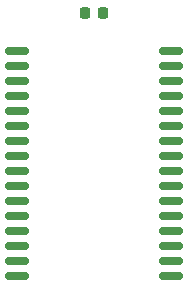
<source format=gbr>
%TF.GenerationSoftware,KiCad,Pcbnew,(6.0.2)*%
%TF.CreationDate,2022-08-12T14:47:39-07:00*%
%TF.ProjectId,Mega68k,4d656761-3638-46b2-9e6b-696361645f70,rev?*%
%TF.SameCoordinates,Original*%
%TF.FileFunction,Paste,Bot*%
%TF.FilePolarity,Positive*%
%FSLAX46Y46*%
G04 Gerber Fmt 4.6, Leading zero omitted, Abs format (unit mm)*
G04 Created by KiCad (PCBNEW (6.0.2)) date 2022-08-12 14:47:39*
%MOMM*%
%LPD*%
G01*
G04 APERTURE LIST*
G04 Aperture macros list*
%AMRoundRect*
0 Rectangle with rounded corners*
0 $1 Rounding radius*
0 $2 $3 $4 $5 $6 $7 $8 $9 X,Y pos of 4 corners*
0 Add a 4 corners polygon primitive as box body*
4,1,4,$2,$3,$4,$5,$6,$7,$8,$9,$2,$3,0*
0 Add four circle primitives for the rounded corners*
1,1,$1+$1,$2,$3*
1,1,$1+$1,$4,$5*
1,1,$1+$1,$6,$7*
1,1,$1+$1,$8,$9*
0 Add four rect primitives between the rounded corners*
20,1,$1+$1,$2,$3,$4,$5,0*
20,1,$1+$1,$4,$5,$6,$7,0*
20,1,$1+$1,$6,$7,$8,$9,0*
20,1,$1+$1,$8,$9,$2,$3,0*%
G04 Aperture macros list end*
%ADD10RoundRect,0.150000X0.875000X0.150000X-0.875000X0.150000X-0.875000X-0.150000X0.875000X-0.150000X0*%
%ADD11RoundRect,0.225000X0.225000X0.250000X-0.225000X0.250000X-0.225000X-0.250000X0.225000X-0.250000X0*%
G04 APERTURE END LIST*
D10*
%TO.C,U1*%
X134845400Y-85598000D03*
X134845400Y-86868000D03*
X134845400Y-88138000D03*
X134845400Y-89408000D03*
X134845400Y-90678000D03*
X134845400Y-91948000D03*
X134845400Y-93218000D03*
X134845400Y-94488000D03*
X134845400Y-95758000D03*
X134845400Y-97028000D03*
X134845400Y-98298000D03*
X134845400Y-99568000D03*
X134845400Y-100838000D03*
X134845400Y-102108000D03*
X134845400Y-103378000D03*
X134845400Y-104648000D03*
X121745400Y-104648000D03*
X121745400Y-103378000D03*
X121745400Y-102108000D03*
X121745400Y-100838000D03*
X121745400Y-99568000D03*
X121745400Y-98298000D03*
X121745400Y-97028000D03*
X121745400Y-95758000D03*
X121745400Y-94488000D03*
X121745400Y-93218000D03*
X121745400Y-91948000D03*
X121745400Y-90678000D03*
X121745400Y-89408000D03*
X121745400Y-88138000D03*
X121745400Y-86868000D03*
X121745400Y-85598000D03*
%TD*%
D11*
%TO.C,C7*%
X129095800Y-82372200D03*
X127545800Y-82372200D03*
%TD*%
M02*

</source>
